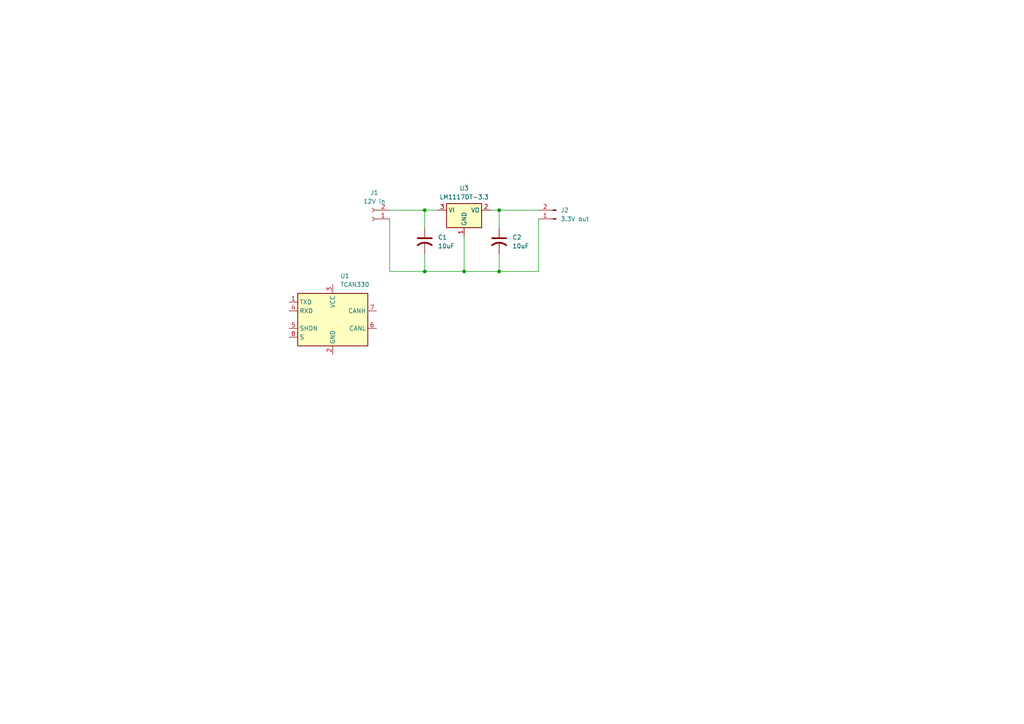
<source format=kicad_sch>
(kicad_sch
	(version 20250114)
	(generator "eeschema")
	(generator_version "9.0")
	(uuid "f9a5e31d-660f-4a55-bbc7-183242e054f0")
	(paper "A4")
	(title_block
		(title "Knob Board ")
		(rev "001")
		(company "Gold Rush Robotics")
	)
	(lib_symbols
		(symbol "Connector:Conn_01x02_Pin"
			(pin_names
				(offset 1.016)
				(hide yes)
			)
			(exclude_from_sim no)
			(in_bom yes)
			(on_board yes)
			(property "Reference" "J"
				(at 0 2.54 0)
				(effects
					(font
						(size 1.27 1.27)
					)
				)
			)
			(property "Value" "Conn_01x02_Pin"
				(at 0 -5.08 0)
				(effects
					(font
						(size 1.27 1.27)
					)
				)
			)
			(property "Footprint" ""
				(at 0 0 0)
				(effects
					(font
						(size 1.27 1.27)
					)
					(hide yes)
				)
			)
			(property "Datasheet" "~"
				(at 0 0 0)
				(effects
					(font
						(size 1.27 1.27)
					)
					(hide yes)
				)
			)
			(property "Description" "Generic connector, single row, 01x02, script generated"
				(at 0 0 0)
				(effects
					(font
						(size 1.27 1.27)
					)
					(hide yes)
				)
			)
			(property "ki_locked" ""
				(at 0 0 0)
				(effects
					(font
						(size 1.27 1.27)
					)
				)
			)
			(property "ki_keywords" "connector"
				(at 0 0 0)
				(effects
					(font
						(size 1.27 1.27)
					)
					(hide yes)
				)
			)
			(property "ki_fp_filters" "Connector*:*_1x??_*"
				(at 0 0 0)
				(effects
					(font
						(size 1.27 1.27)
					)
					(hide yes)
				)
			)
			(symbol "Conn_01x02_Pin_1_1"
				(rectangle
					(start 0.8636 0.127)
					(end 0 -0.127)
					(stroke
						(width 0.1524)
						(type default)
					)
					(fill
						(type outline)
					)
				)
				(rectangle
					(start 0.8636 -2.413)
					(end 0 -2.667)
					(stroke
						(width 0.1524)
						(type default)
					)
					(fill
						(type outline)
					)
				)
				(polyline
					(pts
						(xy 1.27 0) (xy 0.8636 0)
					)
					(stroke
						(width 0.1524)
						(type default)
					)
					(fill
						(type none)
					)
				)
				(polyline
					(pts
						(xy 1.27 -2.54) (xy 0.8636 -2.54)
					)
					(stroke
						(width 0.1524)
						(type default)
					)
					(fill
						(type none)
					)
				)
				(pin passive line
					(at 5.08 0 180)
					(length 3.81)
					(name "Pin_1"
						(effects
							(font
								(size 1.27 1.27)
							)
						)
					)
					(number "1"
						(effects
							(font
								(size 1.27 1.27)
							)
						)
					)
				)
				(pin passive line
					(at 5.08 -2.54 180)
					(length 3.81)
					(name "Pin_2"
						(effects
							(font
								(size 1.27 1.27)
							)
						)
					)
					(number "2"
						(effects
							(font
								(size 1.27 1.27)
							)
						)
					)
				)
			)
			(embedded_fonts no)
		)
		(symbol "Connector:Conn_01x02_Socket"
			(pin_names
				(offset 1.016)
				(hide yes)
			)
			(exclude_from_sim no)
			(in_bom yes)
			(on_board yes)
			(property "Reference" "J"
				(at 0 2.54 0)
				(effects
					(font
						(size 1.27 1.27)
					)
				)
			)
			(property "Value" "Conn_01x02_Socket"
				(at 0 -5.08 0)
				(effects
					(font
						(size 1.27 1.27)
					)
				)
			)
			(property "Footprint" ""
				(at 0 0 0)
				(effects
					(font
						(size 1.27 1.27)
					)
					(hide yes)
				)
			)
			(property "Datasheet" "~"
				(at 0 0 0)
				(effects
					(font
						(size 1.27 1.27)
					)
					(hide yes)
				)
			)
			(property "Description" "Generic connector, single row, 01x02, script generated"
				(at 0 0 0)
				(effects
					(font
						(size 1.27 1.27)
					)
					(hide yes)
				)
			)
			(property "ki_locked" ""
				(at 0 0 0)
				(effects
					(font
						(size 1.27 1.27)
					)
				)
			)
			(property "ki_keywords" "connector"
				(at 0 0 0)
				(effects
					(font
						(size 1.27 1.27)
					)
					(hide yes)
				)
			)
			(property "ki_fp_filters" "Connector*:*_1x??_*"
				(at 0 0 0)
				(effects
					(font
						(size 1.27 1.27)
					)
					(hide yes)
				)
			)
			(symbol "Conn_01x02_Socket_1_1"
				(polyline
					(pts
						(xy -1.27 0) (xy -0.508 0)
					)
					(stroke
						(width 0.1524)
						(type default)
					)
					(fill
						(type none)
					)
				)
				(polyline
					(pts
						(xy -1.27 -2.54) (xy -0.508 -2.54)
					)
					(stroke
						(width 0.1524)
						(type default)
					)
					(fill
						(type none)
					)
				)
				(arc
					(start 0 -0.508)
					(mid -0.5058 0)
					(end 0 0.508)
					(stroke
						(width 0.1524)
						(type default)
					)
					(fill
						(type none)
					)
				)
				(arc
					(start 0 -3.048)
					(mid -0.5058 -2.54)
					(end 0 -2.032)
					(stroke
						(width 0.1524)
						(type default)
					)
					(fill
						(type none)
					)
				)
				(pin passive line
					(at -5.08 0 0)
					(length 3.81)
					(name "Pin_1"
						(effects
							(font
								(size 1.27 1.27)
							)
						)
					)
					(number "1"
						(effects
							(font
								(size 1.27 1.27)
							)
						)
					)
				)
				(pin passive line
					(at -5.08 -2.54 0)
					(length 3.81)
					(name "Pin_2"
						(effects
							(font
								(size 1.27 1.27)
							)
						)
					)
					(number "2"
						(effects
							(font
								(size 1.27 1.27)
							)
						)
					)
				)
			)
			(embedded_fonts no)
		)
		(symbol "Device:C_US"
			(pin_numbers
				(hide yes)
			)
			(pin_names
				(offset 0.254)
				(hide yes)
			)
			(exclude_from_sim no)
			(in_bom yes)
			(on_board yes)
			(property "Reference" "C"
				(at 0.635 2.54 0)
				(effects
					(font
						(size 1.27 1.27)
					)
					(justify left)
				)
			)
			(property "Value" "C_US"
				(at 0.635 -2.54 0)
				(effects
					(font
						(size 1.27 1.27)
					)
					(justify left)
				)
			)
			(property "Footprint" ""
				(at 0 0 0)
				(effects
					(font
						(size 1.27 1.27)
					)
					(hide yes)
				)
			)
			(property "Datasheet" ""
				(at 0 0 0)
				(effects
					(font
						(size 1.27 1.27)
					)
					(hide yes)
				)
			)
			(property "Description" "capacitor, US symbol"
				(at 0 0 0)
				(effects
					(font
						(size 1.27 1.27)
					)
					(hide yes)
				)
			)
			(property "ki_keywords" "cap capacitor"
				(at 0 0 0)
				(effects
					(font
						(size 1.27 1.27)
					)
					(hide yes)
				)
			)
			(property "ki_fp_filters" "C_*"
				(at 0 0 0)
				(effects
					(font
						(size 1.27 1.27)
					)
					(hide yes)
				)
			)
			(symbol "C_US_0_1"
				(polyline
					(pts
						(xy -2.032 0.762) (xy 2.032 0.762)
					)
					(stroke
						(width 0.508)
						(type default)
					)
					(fill
						(type none)
					)
				)
				(arc
					(start -2.032 -1.27)
					(mid 0 -0.5572)
					(end 2.032 -1.27)
					(stroke
						(width 0.508)
						(type default)
					)
					(fill
						(type none)
					)
				)
			)
			(symbol "C_US_1_1"
				(pin passive line
					(at 0 3.81 270)
					(length 2.794)
					(name "~"
						(effects
							(font
								(size 1.27 1.27)
							)
						)
					)
					(number "1"
						(effects
							(font
								(size 1.27 1.27)
							)
						)
					)
				)
				(pin passive line
					(at 0 -3.81 90)
					(length 3.302)
					(name "~"
						(effects
							(font
								(size 1.27 1.27)
							)
						)
					)
					(number "2"
						(effects
							(font
								(size 1.27 1.27)
							)
						)
					)
				)
			)
			(embedded_fonts no)
		)
		(symbol "Interface_CAN_LIN:TCAN330"
			(exclude_from_sim no)
			(in_bom yes)
			(on_board yes)
			(property "Reference" "U"
				(at -10.16 8.89 0)
				(effects
					(font
						(size 1.27 1.27)
					)
					(justify left)
				)
			)
			(property "Value" "TCAN330"
				(at 2.54 8.89 0)
				(effects
					(font
						(size 1.27 1.27)
					)
					(justify left)
				)
			)
			(property "Footprint" ""
				(at 0 -12.7 0)
				(effects
					(font
						(size 1.27 1.27)
						(italic yes)
					)
					(hide yes)
				)
			)
			(property "Datasheet" "http://www.ti.com/lit/ds/symlink/tcan337.pdf"
				(at 0 0 0)
				(effects
					(font
						(size 1.27 1.27)
					)
					(hide yes)
				)
			)
			(property "Description" "High-Speed CAN Transceiver, 1Mbps, 3.3V supply, silent mode, shutdown mode, SOT-23-8/SOIC-8"
				(at 0 0 0)
				(effects
					(font
						(size 1.27 1.27)
					)
					(hide yes)
				)
			)
			(property "ki_keywords" "High-Speed CAN Transceiver"
				(at 0 0 0)
				(effects
					(font
						(size 1.27 1.27)
					)
					(hide yes)
				)
			)
			(property "ki_fp_filters" "*TSOT?23* *SOIC*3.9x4.9mm*P1.27mm*"
				(at 0 0 0)
				(effects
					(font
						(size 1.27 1.27)
					)
					(hide yes)
				)
			)
			(symbol "TCAN330_0_1"
				(rectangle
					(start -10.16 7.62)
					(end 10.16 -7.62)
					(stroke
						(width 0.254)
						(type default)
					)
					(fill
						(type background)
					)
				)
			)
			(symbol "TCAN330_1_1"
				(pin input line
					(at -12.7 5.08 0)
					(length 2.54)
					(name "TXD"
						(effects
							(font
								(size 1.27 1.27)
							)
						)
					)
					(number "1"
						(effects
							(font
								(size 1.27 1.27)
							)
						)
					)
				)
				(pin tri_state line
					(at -12.7 2.54 0)
					(length 2.54)
					(name "RXD"
						(effects
							(font
								(size 1.27 1.27)
							)
						)
					)
					(number "4"
						(effects
							(font
								(size 1.27 1.27)
							)
						)
					)
				)
				(pin input line
					(at -12.7 -2.54 0)
					(length 2.54)
					(name "SHDN"
						(effects
							(font
								(size 1.27 1.27)
							)
						)
					)
					(number "5"
						(effects
							(font
								(size 1.27 1.27)
							)
						)
					)
				)
				(pin input line
					(at -12.7 -5.08 0)
					(length 2.54)
					(name "S"
						(effects
							(font
								(size 1.27 1.27)
							)
						)
					)
					(number "8"
						(effects
							(font
								(size 1.27 1.27)
							)
						)
					)
				)
				(pin power_in line
					(at 0 10.16 270)
					(length 2.54)
					(name "VCC"
						(effects
							(font
								(size 1.27 1.27)
							)
						)
					)
					(number "3"
						(effects
							(font
								(size 1.27 1.27)
							)
						)
					)
				)
				(pin power_in line
					(at 0 -10.16 90)
					(length 2.54)
					(name "GND"
						(effects
							(font
								(size 1.27 1.27)
							)
						)
					)
					(number "2"
						(effects
							(font
								(size 1.27 1.27)
							)
						)
					)
				)
				(pin bidirectional line
					(at 12.7 2.54 180)
					(length 2.54)
					(name "CANH"
						(effects
							(font
								(size 1.27 1.27)
							)
						)
					)
					(number "7"
						(effects
							(font
								(size 1.27 1.27)
							)
						)
					)
				)
				(pin bidirectional line
					(at 12.7 -2.54 180)
					(length 2.54)
					(name "CANL"
						(effects
							(font
								(size 1.27 1.27)
							)
						)
					)
					(number "6"
						(effects
							(font
								(size 1.27 1.27)
							)
						)
					)
				)
			)
			(embedded_fonts no)
		)
		(symbol "Regulator_Linear:LM1117DT-3.3"
			(exclude_from_sim no)
			(in_bom yes)
			(on_board yes)
			(property "Reference" "U"
				(at -3.81 3.175 0)
				(effects
					(font
						(size 1.27 1.27)
					)
				)
			)
			(property "Value" "LM1117DT-3.3"
				(at 0 3.175 0)
				(effects
					(font
						(size 1.27 1.27)
					)
					(justify left)
				)
			)
			(property "Footprint" "Package_TO_SOT_SMD:TO-252-3_TabPin2"
				(at 0 0 0)
				(effects
					(font
						(size 1.27 1.27)
					)
					(hide yes)
				)
			)
			(property "Datasheet" "http://www.ti.com/lit/ds/symlink/lm1117.pdf"
				(at 0 0 0)
				(effects
					(font
						(size 1.27 1.27)
					)
					(hide yes)
				)
			)
			(property "Description" "800mA Low-Dropout Linear Regulator, 3.3V fixed output, TO-252"
				(at 0 0 0)
				(effects
					(font
						(size 1.27 1.27)
					)
					(hide yes)
				)
			)
			(property "ki_keywords" "linear regulator ldo fixed positive"
				(at 0 0 0)
				(effects
					(font
						(size 1.27 1.27)
					)
					(hide yes)
				)
			)
			(property "ki_fp_filters" "TO?252*"
				(at 0 0 0)
				(effects
					(font
						(size 1.27 1.27)
					)
					(hide yes)
				)
			)
			(symbol "LM1117DT-3.3_0_1"
				(rectangle
					(start -5.08 -5.08)
					(end 5.08 1.905)
					(stroke
						(width 0.254)
						(type default)
					)
					(fill
						(type background)
					)
				)
			)
			(symbol "LM1117DT-3.3_1_1"
				(pin power_in line
					(at -7.62 0 0)
					(length 2.54)
					(name "VI"
						(effects
							(font
								(size 1.27 1.27)
							)
						)
					)
					(number "3"
						(effects
							(font
								(size 1.27 1.27)
							)
						)
					)
				)
				(pin power_in line
					(at 0 -7.62 90)
					(length 2.54)
					(name "GND"
						(effects
							(font
								(size 1.27 1.27)
							)
						)
					)
					(number "1"
						(effects
							(font
								(size 1.27 1.27)
							)
						)
					)
				)
				(pin power_out line
					(at 7.62 0 180)
					(length 2.54)
					(name "VO"
						(effects
							(font
								(size 1.27 1.27)
							)
						)
					)
					(number "2"
						(effects
							(font
								(size 1.27 1.27)
							)
						)
					)
				)
			)
			(embedded_fonts no)
		)
	)
	(junction
		(at 123.19 78.74)
		(diameter 0)
		(color 0 0 0 0)
		(uuid "3ea5b62e-cc1d-4cb2-af14-27ba1f590eb5")
	)
	(junction
		(at 144.78 60.96)
		(diameter 0)
		(color 0 0 0 0)
		(uuid "4271148a-5d3d-4e01-8f59-afd1d1f524dc")
	)
	(junction
		(at 123.19 60.96)
		(diameter 0)
		(color 0 0 0 0)
		(uuid "6fe1b702-5ae5-4269-a9f5-546f5b5f7cf9")
	)
	(junction
		(at 134.62 78.74)
		(diameter 0)
		(color 0 0 0 0)
		(uuid "8f9b5718-e5d9-4817-87f1-ff108dd0ed43")
	)
	(junction
		(at 144.78 78.74)
		(diameter 0)
		(color 0 0 0 0)
		(uuid "d21840f3-c60f-4cdf-a713-fd3fe47ada1f")
	)
	(wire
		(pts
			(xy 144.78 78.74) (xy 156.21 78.74)
		)
		(stroke
			(width 0)
			(type default)
		)
		(uuid "06421a74-9fab-4c17-91f9-9957447d168d")
	)
	(wire
		(pts
			(xy 113.03 63.5) (xy 113.03 78.74)
		)
		(stroke
			(width 0)
			(type default)
		)
		(uuid "1a643588-23b4-44b0-a629-1657dcd75f4b")
	)
	(wire
		(pts
			(xy 144.78 66.04) (xy 144.78 60.96)
		)
		(stroke
			(width 0)
			(type default)
		)
		(uuid "38c3a13b-a7e9-4d59-995b-0878869f59a0")
	)
	(wire
		(pts
			(xy 123.19 78.74) (xy 134.62 78.74)
		)
		(stroke
			(width 0)
			(type default)
		)
		(uuid "4b6ce443-9f41-4f47-9204-bd4d8a7aa149")
	)
	(wire
		(pts
			(xy 134.62 68.58) (xy 134.62 78.74)
		)
		(stroke
			(width 0)
			(type default)
		)
		(uuid "8ac7d643-dc5a-49e8-8410-1a6eef39fbb8")
	)
	(wire
		(pts
			(xy 113.03 60.96) (xy 123.19 60.96)
		)
		(stroke
			(width 0)
			(type default)
		)
		(uuid "b6295674-8ff4-4f89-b59b-b771238ddb9d")
	)
	(wire
		(pts
			(xy 123.19 60.96) (xy 123.19 66.04)
		)
		(stroke
			(width 0)
			(type default)
		)
		(uuid "bcc39b51-a772-406a-8708-1cf692886e13")
	)
	(wire
		(pts
			(xy 144.78 60.96) (xy 156.21 60.96)
		)
		(stroke
			(width 0)
			(type default)
		)
		(uuid "c068976c-ff6b-4c58-986f-7e6605765166")
	)
	(wire
		(pts
			(xy 113.03 78.74) (xy 123.19 78.74)
		)
		(stroke
			(width 0)
			(type default)
		)
		(uuid "c973aae9-0fc5-4342-87a5-b727b459303c")
	)
	(wire
		(pts
			(xy 142.24 60.96) (xy 144.78 60.96)
		)
		(stroke
			(width 0)
			(type default)
		)
		(uuid "d4ab1b9f-29d5-46b3-a364-1bf110e7b790")
	)
	(wire
		(pts
			(xy 144.78 73.66) (xy 144.78 78.74)
		)
		(stroke
			(width 0)
			(type default)
		)
		(uuid "e9f000dd-92e9-4a2b-8777-e2a6872d0f07")
	)
	(wire
		(pts
			(xy 156.21 78.74) (xy 156.21 63.5)
		)
		(stroke
			(width 0)
			(type default)
		)
		(uuid "ec0b901d-27e5-44e3-a8b9-fe06ae70d6fb")
	)
	(wire
		(pts
			(xy 123.19 60.96) (xy 127 60.96)
		)
		(stroke
			(width 0)
			(type default)
		)
		(uuid "f168c432-514f-4bf8-bb34-5298b11329bc")
	)
	(wire
		(pts
			(xy 123.19 73.66) (xy 123.19 78.74)
		)
		(stroke
			(width 0)
			(type default)
		)
		(uuid "f977d961-fa8c-435a-8477-e5ccb375bc7a")
	)
	(wire
		(pts
			(xy 134.62 78.74) (xy 144.78 78.74)
		)
		(stroke
			(width 0)
			(type default)
		)
		(uuid "ff4a8c09-32e5-4a14-8bb0-c06d48608106")
	)
	(symbol
		(lib_id "Regulator_Linear:LM1117DT-3.3")
		(at 134.62 60.96 0)
		(unit 1)
		(exclude_from_sim no)
		(in_bom yes)
		(on_board yes)
		(dnp no)
		(fields_autoplaced yes)
		(uuid "55c60e60-cbe0-4744-9be4-bc2cae68774f")
		(property "Reference" "U3"
			(at 134.62 54.61 0)
			(effects
				(font
					(size 1.27 1.27)
				)
			)
		)
		(property "Value" "LM1117DT-3.3"
			(at 134.62 57.15 0)
			(effects
				(font
					(size 1.27 1.27)
				)
			)
		)
		(property "Footprint" "Package_TO_SOT_SMD:TO-252-3_TabPin2"
			(at 134.62 60.96 0)
			(effects
				(font
					(size 1.27 1.27)
				)
				(hide yes)
			)
		)
		(property "Datasheet" "http://www.ti.com/lit/ds/symlink/lm1117.pdf"
			(at 134.62 60.96 0)
			(effects
				(font
					(size 1.27 1.27)
				)
				(hide yes)
			)
		)
		(property "Description" "800mA Low-Dropout Linear Regulator, 3.3V fixed output, TO-252"
			(at 134.62 60.96 0)
			(effects
				(font
					(size 1.27 1.27)
				)
				(hide yes)
			)
		)
		(pin "1"
			(uuid "1b7f28d8-8027-48dc-9fed-fc4e9a00f709")
		)
		(pin "3"
			(uuid "280f0553-0a5f-417e-a235-27ac521e52a5")
		)
		(pin "2"
			(uuid "53342f86-661e-46a8-9c24-e6bd076e7b10")
		)
		(instances
			(project ""
				(path "/f9a5e31d-660f-4a55-bbc7-183242e054f0"
					(reference "U3")
					(unit 1)
				)
			)
		)
	)
	(symbol
		(lib_id "Device:C_US")
		(at 123.19 69.85 0)
		(unit 1)
		(exclude_from_sim no)
		(in_bom yes)
		(on_board yes)
		(dnp no)
		(fields_autoplaced yes)
		(uuid "7622ac50-03fc-42ef-8f98-104b6c394e32")
		(property "Reference" "C1"
			(at 127 68.8339 0)
			(effects
				(font
					(size 1.27 1.27)
				)
				(justify left)
			)
		)
		(property "Value" "10uF"
			(at 127 71.3739 0)
			(effects
				(font
					(size 1.27 1.27)
				)
				(justify left)
			)
		)
		(property "Footprint" ""
			(at 123.19 69.85 0)
			(effects
				(font
					(size 1.27 1.27)
				)
				(hide yes)
			)
		)
		(property "Datasheet" ""
			(at 123.19 69.85 0)
			(effects
				(font
					(size 1.27 1.27)
				)
				(hide yes)
			)
		)
		(property "Description" "capacitor, US symbol"
			(at 123.19 69.85 0)
			(effects
				(font
					(size 1.27 1.27)
				)
				(hide yes)
			)
		)
		(pin "1"
			(uuid "119880db-fec7-49f5-aca3-b743ed38e0c0")
		)
		(pin "2"
			(uuid "600e04cc-12f8-481f-b5c0-9c5485c5ac73")
		)
		(instances
			(project "GRR_KNOB_BOARD"
				(path "/f9a5e31d-660f-4a55-bbc7-183242e054f0"
					(reference "C1")
					(unit 1)
				)
			)
		)
	)
	(symbol
		(lib_id "Connector:Conn_01x02_Socket")
		(at 107.95 63.5 180)
		(unit 1)
		(exclude_from_sim no)
		(in_bom yes)
		(on_board yes)
		(dnp no)
		(fields_autoplaced yes)
		(uuid "811d7472-66f8-4a86-ac9a-3dd6c527d195")
		(property "Reference" "J1"
			(at 108.585 55.88 0)
			(effects
				(font
					(size 1.27 1.27)
				)
			)
		)
		(property "Value" "12V in"
			(at 108.585 58.42 0)
			(effects
				(font
					(size 1.27 1.27)
				)
			)
		)
		(property "Footprint" ""
			(at 107.95 63.5 0)
			(effects
				(font
					(size 1.27 1.27)
				)
				(hide yes)
			)
		)
		(property "Datasheet" "~"
			(at 107.95 63.5 0)
			(effects
				(font
					(size 1.27 1.27)
				)
				(hide yes)
			)
		)
		(property "Description" "Generic connector, single row, 01x02, script generated"
			(at 107.95 63.5 0)
			(effects
				(font
					(size 1.27 1.27)
				)
				(hide yes)
			)
		)
		(pin "1"
			(uuid "8d2d2003-31ca-42e8-a7f1-6911aec6fe17")
		)
		(pin "2"
			(uuid "31821b45-b60a-4211-8468-8330f5be9d3b")
		)
		(instances
			(project "GRR_KNOB_BOARD"
				(path "/f9a5e31d-660f-4a55-bbc7-183242e054f0"
					(reference "J1")
					(unit 1)
				)
			)
		)
	)
	(symbol
		(lib_id "Connector:Conn_01x02_Pin")
		(at 161.29 63.5 180)
		(unit 1)
		(exclude_from_sim no)
		(in_bom yes)
		(on_board yes)
		(dnp no)
		(fields_autoplaced yes)
		(uuid "ba725efd-b2e0-4366-8f82-1f3c72e10c35")
		(property "Reference" "J2"
			(at 162.56 60.9599 0)
			(effects
				(font
					(size 1.27 1.27)
				)
				(justify right)
			)
		)
		(property "Value" "3.3V out"
			(at 162.56 63.4999 0)
			(effects
				(font
					(size 1.27 1.27)
				)
				(justify right)
			)
		)
		(property "Footprint" ""
			(at 161.29 63.5 0)
			(effects
				(font
					(size 1.27 1.27)
				)
				(hide yes)
			)
		)
		(property "Datasheet" "~"
			(at 161.29 63.5 0)
			(effects
				(font
					(size 1.27 1.27)
				)
				(hide yes)
			)
		)
		(property "Description" "Generic connector, single row, 01x02, script generated"
			(at 161.29 63.5 0)
			(effects
				(font
					(size 1.27 1.27)
				)
				(hide yes)
			)
		)
		(pin "2"
			(uuid "496c4eed-e83e-4551-9998-ad3774d5b5bb")
		)
		(pin "1"
			(uuid "18eec67e-5b77-48f7-9150-a2ae256f64ec")
		)
		(instances
			(project "GRR_KNOB_BOARD"
				(path "/f9a5e31d-660f-4a55-bbc7-183242e054f0"
					(reference "J2")
					(unit 1)
				)
			)
		)
	)
	(symbol
		(lib_id "Device:C_US")
		(at 144.78 69.85 0)
		(unit 1)
		(exclude_from_sim no)
		(in_bom yes)
		(on_board yes)
		(dnp no)
		(fields_autoplaced yes)
		(uuid "ce8de296-b95e-4c14-8f59-3424f6266fb0")
		(property "Reference" "C2"
			(at 148.59 68.8339 0)
			(effects
				(font
					(size 1.27 1.27)
				)
				(justify left)
			)
		)
		(property "Value" "10uF"
			(at 148.59 71.3739 0)
			(effects
				(font
					(size 1.27 1.27)
				)
				(justify left)
			)
		)
		(property "Footprint" ""
			(at 144.78 69.85 0)
			(effects
				(font
					(size 1.27 1.27)
				)
				(hide yes)
			)
		)
		(property "Datasheet" ""
			(at 144.78 69.85 0)
			(effects
				(font
					(size 1.27 1.27)
				)
				(hide yes)
			)
		)
		(property "Description" "capacitor, US symbol"
			(at 144.78 69.85 0)
			(effects
				(font
					(size 1.27 1.27)
				)
				(hide yes)
			)
		)
		(pin "1"
			(uuid "3552345f-72ea-46e9-9f1e-3178dab9baf0")
		)
		(pin "2"
			(uuid "6f14d4e0-4c8d-4571-85fd-f6c075b64df9")
		)
		(instances
			(project "GRR_KNOB_BOARD"
				(path "/f9a5e31d-660f-4a55-bbc7-183242e054f0"
					(reference "C2")
					(unit 1)
				)
			)
		)
	)
	(symbol
		(lib_id "Interface_CAN_LIN:TCAN330")
		(at 96.52 92.71 0)
		(unit 1)
		(exclude_from_sim no)
		(in_bom yes)
		(on_board yes)
		(dnp no)
		(fields_autoplaced yes)
		(uuid "ec98bbc0-093d-4876-bc58-a0fd33b7a17a")
		(property "Reference" "U1"
			(at 98.6633 80.01 0)
			(effects
				(font
					(size 1.27 1.27)
				)
				(justify left)
			)
		)
		(property "Value" "TCAN330"
			(at 98.6633 82.55 0)
			(effects
				(font
					(size 1.27 1.27)
				)
				(justify left)
			)
		)
		(property "Footprint" ""
			(at 96.52 105.41 0)
			(effects
				(font
					(size 1.27 1.27)
					(italic yes)
				)
				(hide yes)
			)
		)
		(property "Datasheet" "http://www.ti.com/lit/ds/symlink/tcan337.pdf"
			(at 96.52 92.71 0)
			(effects
				(font
					(size 1.27 1.27)
				)
				(hide yes)
			)
		)
		(property "Description" "High-Speed CAN Transceiver, 1Mbps, 3.3V supply, silent mode, shutdown mode, SOT-23-8/SOIC-8"
			(at 96.52 92.71 0)
			(effects
				(font
					(size 1.27 1.27)
				)
				(hide yes)
			)
		)
		(pin "5"
			(uuid "f819eb79-d054-42b0-984f-1bc0d6bf4afc")
		)
		(pin "6"
			(uuid "8e7e98c1-7706-48bc-b45a-9aac99f06085")
		)
		(pin "7"
			(uuid "839def4d-605a-4fd6-b0af-5fefa058b1e7")
		)
		(pin "2"
			(uuid "ee7bd4d0-2a7b-48e6-ac39-c48ce0c55e00")
		)
		(pin "3"
			(uuid "ecf0cf7e-2d3d-4e9d-8e29-6949bc302220")
		)
		(pin "8"
			(uuid "2d896271-87a6-4beb-b77c-7ea186ff2f8f")
		)
		(pin "4"
			(uuid "09ab383a-d329-4046-a354-ad4acf5efb2c")
		)
		(pin "1"
			(uuid "bd35c544-3e40-4a6a-9db1-e2acd27de996")
		)
		(instances
			(project ""
				(path "/f9a5e31d-660f-4a55-bbc7-183242e054f0"
					(reference "U1")
					(unit 1)
				)
			)
		)
	)
	(sheet_instances
		(path "/"
			(page "1")
		)
	)
	(embedded_fonts no)
)

</source>
